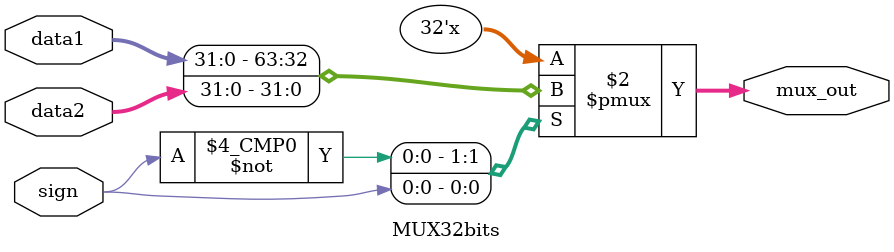
<source format=v>
module MUX32bits (
	input wire [31:0] data1, data2,
	input wire sign,
	output reg [31:0] mux_out
);

	always @ (data1 or data2) begin
		case (sign)
		   1'b0: mux_out = data1;
			1'b1: mux_out = data2;
		endcase
	end	
endmodule
</source>
